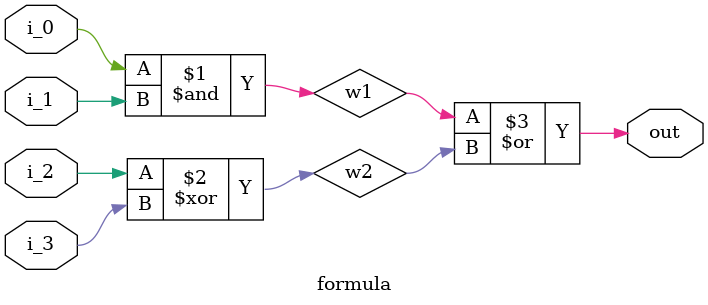
<source format=v>
module formula(i_0,i_1,i_2,i_3,out);
	input i_0 ,i_1 ,i_2 ,i_3;
	wire w1,w2;
	output out;
	assign w1 = (i_0 & i_1);
	assign w2 = (i_2 ^ i_3);
	assign out = (w1 | w2);
endmodule

</source>
